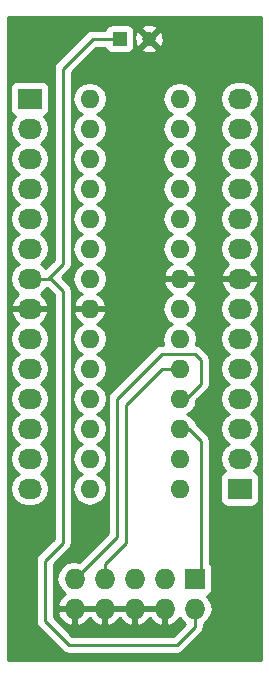
<source format=gtl>
G04 #@! TF.FileFunction,Copper,L1,Top,Signal*
%FSLAX46Y46*%
G04 Gerber Fmt 4.6, Leading zero omitted, Abs format (unit mm)*
G04 Created by KiCad (PCBNEW 4.0.2-4+6225~38~ubuntu15.10.1-stable) date Sat 05 Mar 2016 03:54:49 AM EET*
%MOMM*%
G01*
G04 APERTURE LIST*
%ADD10C,0.100000*%
%ADD11R,1.200000X1.200000*%
%ADD12C,1.200000*%
%ADD13O,1.600000X1.600000*%
%ADD14R,2.032000X1.727200*%
%ADD15O,2.032000X1.727200*%
%ADD16R,1.727200X1.727200*%
%ADD17O,1.727200X1.727200*%
%ADD18C,0.250000*%
%ADD19C,0.254000*%
G04 APERTURE END LIST*
D10*
D11*
X138430000Y-68580000D03*
D12*
X140930000Y-68580000D03*
D13*
X135890000Y-73660000D03*
X135890000Y-76200000D03*
X135890000Y-78740000D03*
X135890000Y-81280000D03*
X135890000Y-83820000D03*
X135890000Y-86360000D03*
X135890000Y-88900000D03*
X135890000Y-91440000D03*
X135890000Y-93980000D03*
X135890000Y-96520000D03*
X135890000Y-99060000D03*
X135890000Y-101600000D03*
X135890000Y-104140000D03*
X135890000Y-106680000D03*
X143510000Y-106680000D03*
X143510000Y-104140000D03*
X143510000Y-101600000D03*
X143510000Y-99060000D03*
X143510000Y-96520000D03*
X143510000Y-93980000D03*
X143510000Y-91440000D03*
X143510000Y-88900000D03*
X143510000Y-86360000D03*
X143510000Y-83820000D03*
X143510000Y-81280000D03*
X143510000Y-78740000D03*
X143510000Y-76200000D03*
X143510000Y-73660000D03*
D14*
X130810000Y-73660000D03*
D15*
X130810000Y-76200000D03*
X130810000Y-78740000D03*
X130810000Y-81280000D03*
X130810000Y-83820000D03*
X130810000Y-86360000D03*
X130810000Y-88900000D03*
X130810000Y-91440000D03*
X130810000Y-93980000D03*
X130810000Y-96520000D03*
X130810000Y-99060000D03*
X130810000Y-101600000D03*
X130810000Y-104140000D03*
X130810000Y-106680000D03*
D14*
X148590000Y-106680000D03*
D15*
X148590000Y-104140000D03*
X148590000Y-101600000D03*
X148590000Y-99060000D03*
X148590000Y-96520000D03*
X148590000Y-93980000D03*
X148590000Y-91440000D03*
X148590000Y-88900000D03*
X148590000Y-86360000D03*
X148590000Y-83820000D03*
X148590000Y-81280000D03*
X148590000Y-78740000D03*
X148590000Y-76200000D03*
X148590000Y-73660000D03*
D16*
X144780000Y-114300000D03*
D17*
X144780000Y-116840000D03*
X142240000Y-114300000D03*
X142240000Y-116840000D03*
X139700000Y-114300000D03*
X139700000Y-116840000D03*
X137160000Y-114300000D03*
X137160000Y-116840000D03*
X134620000Y-114300000D03*
X134620000Y-116840000D03*
D18*
X130810000Y-88900000D02*
X132588000Y-88900000D01*
X144780000Y-118364000D02*
X144780000Y-116840000D01*
X143256000Y-119888000D02*
X144780000Y-118364000D01*
X134112000Y-119888000D02*
X143256000Y-119888000D01*
X132080000Y-117856000D02*
X134112000Y-119888000D01*
X132080000Y-112776000D02*
X132080000Y-117856000D01*
X133604000Y-111252000D02*
X132080000Y-112776000D01*
X133604000Y-89916000D02*
X133604000Y-111252000D01*
X132588000Y-88900000D02*
X133604000Y-89916000D01*
X130810000Y-88900000D02*
X132334000Y-88900000D01*
X136144000Y-68580000D02*
X138430000Y-68580000D01*
X133604000Y-71120000D02*
X136144000Y-68580000D01*
X133604000Y-87630000D02*
X133604000Y-71120000D01*
X132334000Y-88900000D02*
X133604000Y-87630000D01*
X130810000Y-88900000D02*
X131572000Y-88900000D01*
X143510000Y-101600000D02*
X144272000Y-101600000D01*
X144272000Y-101600000D02*
X145288000Y-102616000D01*
X145288000Y-102616000D02*
X145288000Y-113792000D01*
X145288000Y-113792000D02*
X144780000Y-114300000D01*
X143510000Y-99060000D02*
X144018000Y-99060000D01*
X144018000Y-99060000D02*
X145288000Y-97790000D01*
X138176000Y-110744000D02*
X134620000Y-114300000D01*
X138176000Y-99060000D02*
X138176000Y-110744000D01*
X141986000Y-95250000D02*
X138176000Y-99060000D01*
X144780000Y-95250000D02*
X141986000Y-95250000D01*
X145288000Y-95758000D02*
X144780000Y-95250000D01*
X145288000Y-97790000D02*
X145288000Y-95758000D01*
X137160000Y-114300000D02*
X137160000Y-113030000D01*
X141986000Y-96520000D02*
X143510000Y-96520000D01*
X138938000Y-99568000D02*
X141986000Y-96520000D01*
X138938000Y-111252000D02*
X138938000Y-99568000D01*
X137160000Y-113030000D02*
X138938000Y-111252000D01*
X137668000Y-113792000D02*
X137160000Y-114300000D01*
D19*
G36*
X150420000Y-121210000D02*
X128980000Y-121210000D01*
X128980000Y-93980000D01*
X129126655Y-93980000D01*
X129240729Y-94553489D01*
X129565585Y-95039670D01*
X129880366Y-95250000D01*
X129565585Y-95460330D01*
X129240729Y-95946511D01*
X129126655Y-96520000D01*
X129240729Y-97093489D01*
X129565585Y-97579670D01*
X129880366Y-97790000D01*
X129565585Y-98000330D01*
X129240729Y-98486511D01*
X129126655Y-99060000D01*
X129240729Y-99633489D01*
X129565585Y-100119670D01*
X129880366Y-100330000D01*
X129565585Y-100540330D01*
X129240729Y-101026511D01*
X129126655Y-101600000D01*
X129240729Y-102173489D01*
X129565585Y-102659670D01*
X129880366Y-102870000D01*
X129565585Y-103080330D01*
X129240729Y-103566511D01*
X129126655Y-104140000D01*
X129240729Y-104713489D01*
X129565585Y-105199670D01*
X129880366Y-105410000D01*
X129565585Y-105620330D01*
X129240729Y-106106511D01*
X129126655Y-106680000D01*
X129240729Y-107253489D01*
X129565585Y-107739670D01*
X130051766Y-108064526D01*
X130625255Y-108178600D01*
X130994745Y-108178600D01*
X131568234Y-108064526D01*
X132054415Y-107739670D01*
X132379271Y-107253489D01*
X132493345Y-106680000D01*
X132379271Y-106106511D01*
X132054415Y-105620330D01*
X131739634Y-105410000D01*
X132054415Y-105199670D01*
X132379271Y-104713489D01*
X132493345Y-104140000D01*
X132379271Y-103566511D01*
X132054415Y-103080330D01*
X131739634Y-102870000D01*
X132054415Y-102659670D01*
X132379271Y-102173489D01*
X132493345Y-101600000D01*
X132379271Y-101026511D01*
X132054415Y-100540330D01*
X131739634Y-100330000D01*
X132054415Y-100119670D01*
X132379271Y-99633489D01*
X132493345Y-99060000D01*
X132379271Y-98486511D01*
X132054415Y-98000330D01*
X131739634Y-97790000D01*
X132054415Y-97579670D01*
X132379271Y-97093489D01*
X132493345Y-96520000D01*
X132379271Y-95946511D01*
X132054415Y-95460330D01*
X131739634Y-95250000D01*
X132054415Y-95039670D01*
X132379271Y-94553489D01*
X132493345Y-93980000D01*
X132379271Y-93406511D01*
X132054415Y-92920330D01*
X131744931Y-92713539D01*
X132160732Y-92342036D01*
X132414709Y-91814791D01*
X132417358Y-91799026D01*
X132296217Y-91567000D01*
X130937000Y-91567000D01*
X130937000Y-91587000D01*
X130683000Y-91587000D01*
X130683000Y-91567000D01*
X129323783Y-91567000D01*
X129202642Y-91799026D01*
X129205291Y-91814791D01*
X129459268Y-92342036D01*
X129875069Y-92713539D01*
X129565585Y-92920330D01*
X129240729Y-93406511D01*
X129126655Y-93980000D01*
X128980000Y-93980000D01*
X128980000Y-76200000D01*
X129126655Y-76200000D01*
X129240729Y-76773489D01*
X129565585Y-77259670D01*
X129880366Y-77470000D01*
X129565585Y-77680330D01*
X129240729Y-78166511D01*
X129126655Y-78740000D01*
X129240729Y-79313489D01*
X129565585Y-79799670D01*
X129880366Y-80010000D01*
X129565585Y-80220330D01*
X129240729Y-80706511D01*
X129126655Y-81280000D01*
X129240729Y-81853489D01*
X129565585Y-82339670D01*
X129880366Y-82550000D01*
X129565585Y-82760330D01*
X129240729Y-83246511D01*
X129126655Y-83820000D01*
X129240729Y-84393489D01*
X129565585Y-84879670D01*
X129880366Y-85090000D01*
X129565585Y-85300330D01*
X129240729Y-85786511D01*
X129126655Y-86360000D01*
X129240729Y-86933489D01*
X129565585Y-87419670D01*
X129880366Y-87630000D01*
X129565585Y-87840330D01*
X129240729Y-88326511D01*
X129126655Y-88900000D01*
X129240729Y-89473489D01*
X129565585Y-89959670D01*
X129875069Y-90166461D01*
X129459268Y-90537964D01*
X129205291Y-91065209D01*
X129202642Y-91080974D01*
X129323783Y-91313000D01*
X130683000Y-91313000D01*
X130683000Y-91293000D01*
X130937000Y-91293000D01*
X130937000Y-91313000D01*
X132296217Y-91313000D01*
X132417358Y-91080974D01*
X132414709Y-91065209D01*
X132160732Y-90537964D01*
X131744931Y-90166461D01*
X132054415Y-89959670D01*
X132254648Y-89660000D01*
X132273198Y-89660000D01*
X132844000Y-90230802D01*
X132844000Y-110937198D01*
X131542599Y-112238599D01*
X131377852Y-112485161D01*
X131320000Y-112776000D01*
X131320000Y-117856000D01*
X131377852Y-118146839D01*
X131542599Y-118393401D01*
X133574599Y-120425401D01*
X133821161Y-120590148D01*
X134112000Y-120648000D01*
X143256000Y-120648000D01*
X143546839Y-120590148D01*
X143793401Y-120425401D01*
X145317401Y-118901401D01*
X145482148Y-118654840D01*
X145501381Y-118558148D01*
X145540000Y-118364000D01*
X145540000Y-118119520D01*
X145869029Y-117899670D01*
X146193885Y-117413489D01*
X146307959Y-116840000D01*
X146193885Y-116266511D01*
X145869029Y-115780330D01*
X145855358Y-115771195D01*
X145878917Y-115766762D01*
X146095041Y-115627690D01*
X146240031Y-115415490D01*
X146291040Y-115163600D01*
X146291040Y-113436400D01*
X146246762Y-113201083D01*
X146107690Y-112984959D01*
X146048000Y-112944175D01*
X146048000Y-102616000D01*
X145990148Y-102325161D01*
X145825401Y-102078599D01*
X144880325Y-101133523D01*
X144863880Y-101050849D01*
X144552811Y-100585302D01*
X144170725Y-100330000D01*
X144552811Y-100074698D01*
X144863880Y-99609151D01*
X144943394Y-99209408D01*
X145825401Y-98327401D01*
X145990148Y-98080840D01*
X146048000Y-97790000D01*
X146048000Y-95758000D01*
X145990148Y-95467161D01*
X145825401Y-95220599D01*
X145317401Y-94712599D01*
X145070839Y-94547852D01*
X144868179Y-94507540D01*
X144973113Y-93980000D01*
X144863880Y-93430849D01*
X144552811Y-92965302D01*
X144170725Y-92710000D01*
X144552811Y-92454698D01*
X144863880Y-91989151D01*
X144973113Y-91440000D01*
X146906655Y-91440000D01*
X147020729Y-92013489D01*
X147345585Y-92499670D01*
X147660366Y-92710000D01*
X147345585Y-92920330D01*
X147020729Y-93406511D01*
X146906655Y-93980000D01*
X147020729Y-94553489D01*
X147345585Y-95039670D01*
X147660366Y-95250000D01*
X147345585Y-95460330D01*
X147020729Y-95946511D01*
X146906655Y-96520000D01*
X147020729Y-97093489D01*
X147345585Y-97579670D01*
X147660366Y-97790000D01*
X147345585Y-98000330D01*
X147020729Y-98486511D01*
X146906655Y-99060000D01*
X147020729Y-99633489D01*
X147345585Y-100119670D01*
X147660366Y-100330000D01*
X147345585Y-100540330D01*
X147020729Y-101026511D01*
X146906655Y-101600000D01*
X147020729Y-102173489D01*
X147345585Y-102659670D01*
X147660366Y-102870000D01*
X147345585Y-103080330D01*
X147020729Y-103566511D01*
X146906655Y-104140000D01*
X147020729Y-104713489D01*
X147345585Y-105199670D01*
X147359913Y-105209243D01*
X147338683Y-105213238D01*
X147122559Y-105352310D01*
X146977569Y-105564510D01*
X146926560Y-105816400D01*
X146926560Y-107543600D01*
X146970838Y-107778917D01*
X147109910Y-107995041D01*
X147322110Y-108140031D01*
X147574000Y-108191040D01*
X149606000Y-108191040D01*
X149841317Y-108146762D01*
X150057441Y-108007690D01*
X150202431Y-107795490D01*
X150253440Y-107543600D01*
X150253440Y-105816400D01*
X150209162Y-105581083D01*
X150070090Y-105364959D01*
X149857890Y-105219969D01*
X149816561Y-105211600D01*
X149834415Y-105199670D01*
X150159271Y-104713489D01*
X150273345Y-104140000D01*
X150159271Y-103566511D01*
X149834415Y-103080330D01*
X149519634Y-102870000D01*
X149834415Y-102659670D01*
X150159271Y-102173489D01*
X150273345Y-101600000D01*
X150159271Y-101026511D01*
X149834415Y-100540330D01*
X149519634Y-100330000D01*
X149834415Y-100119670D01*
X150159271Y-99633489D01*
X150273345Y-99060000D01*
X150159271Y-98486511D01*
X149834415Y-98000330D01*
X149519634Y-97790000D01*
X149834415Y-97579670D01*
X150159271Y-97093489D01*
X150273345Y-96520000D01*
X150159271Y-95946511D01*
X149834415Y-95460330D01*
X149519634Y-95250000D01*
X149834415Y-95039670D01*
X150159271Y-94553489D01*
X150273345Y-93980000D01*
X150159271Y-93406511D01*
X149834415Y-92920330D01*
X149519634Y-92710000D01*
X149834415Y-92499670D01*
X150159271Y-92013489D01*
X150273345Y-91440000D01*
X150159271Y-90866511D01*
X149834415Y-90380330D01*
X149524931Y-90173539D01*
X149940732Y-89802036D01*
X150194709Y-89274791D01*
X150197358Y-89259026D01*
X150076217Y-89027000D01*
X148717000Y-89027000D01*
X148717000Y-89047000D01*
X148463000Y-89047000D01*
X148463000Y-89027000D01*
X147103783Y-89027000D01*
X146982642Y-89259026D01*
X146985291Y-89274791D01*
X147239268Y-89802036D01*
X147655069Y-90173539D01*
X147345585Y-90380330D01*
X147020729Y-90866511D01*
X146906655Y-91440000D01*
X144973113Y-91440000D01*
X144863880Y-90890849D01*
X144552811Y-90425302D01*
X144148297Y-90155014D01*
X144365134Y-90052389D01*
X144741041Y-89637423D01*
X144901904Y-89249039D01*
X144779915Y-89027000D01*
X143637000Y-89027000D01*
X143637000Y-89047000D01*
X143383000Y-89047000D01*
X143383000Y-89027000D01*
X142240085Y-89027000D01*
X142118096Y-89249039D01*
X142278959Y-89637423D01*
X142654866Y-90052389D01*
X142871703Y-90155014D01*
X142467189Y-90425302D01*
X142156120Y-90890849D01*
X142046887Y-91440000D01*
X142156120Y-91989151D01*
X142467189Y-92454698D01*
X142849275Y-92710000D01*
X142467189Y-92965302D01*
X142156120Y-93430849D01*
X142046887Y-93980000D01*
X142148332Y-94490000D01*
X141986000Y-94490000D01*
X141695161Y-94547852D01*
X141448599Y-94712599D01*
X137638599Y-98522599D01*
X137473852Y-98769161D01*
X137416000Y-99060000D01*
X137416000Y-110429198D01*
X134978356Y-112866842D01*
X134649359Y-112801400D01*
X134590641Y-112801400D01*
X134017152Y-112915474D01*
X133530971Y-113240330D01*
X133206115Y-113726511D01*
X133092041Y-114300000D01*
X133206115Y-114873489D01*
X133530971Y-115359670D01*
X133854228Y-115575664D01*
X133731510Y-115633179D01*
X133337312Y-116065053D01*
X133165042Y-116480974D01*
X133286183Y-116713000D01*
X134493000Y-116713000D01*
X134493000Y-116693000D01*
X134747000Y-116693000D01*
X134747000Y-116713000D01*
X137033000Y-116713000D01*
X137033000Y-116693000D01*
X137287000Y-116693000D01*
X137287000Y-116713000D01*
X139573000Y-116713000D01*
X139573000Y-116693000D01*
X139827000Y-116693000D01*
X139827000Y-116713000D01*
X142113000Y-116713000D01*
X142113000Y-116693000D01*
X142367000Y-116693000D01*
X142367000Y-116713000D01*
X142387000Y-116713000D01*
X142387000Y-116967000D01*
X142367000Y-116967000D01*
X142367000Y-118174469D01*
X142599027Y-118294968D01*
X143128490Y-118046821D01*
X143510008Y-117628839D01*
X143690971Y-117899670D01*
X143977845Y-118091353D01*
X142941198Y-119128000D01*
X134426802Y-119128000D01*
X132840000Y-117541198D01*
X132840000Y-117199026D01*
X133165042Y-117199026D01*
X133337312Y-117614947D01*
X133731510Y-118046821D01*
X134260973Y-118294968D01*
X134493000Y-118174469D01*
X134493000Y-116967000D01*
X134747000Y-116967000D01*
X134747000Y-118174469D01*
X134979027Y-118294968D01*
X135508490Y-118046821D01*
X135890000Y-117628848D01*
X136271510Y-118046821D01*
X136800973Y-118294968D01*
X137033000Y-118174469D01*
X137033000Y-116967000D01*
X137287000Y-116967000D01*
X137287000Y-118174469D01*
X137519027Y-118294968D01*
X138048490Y-118046821D01*
X138430000Y-117628848D01*
X138811510Y-118046821D01*
X139340973Y-118294968D01*
X139573000Y-118174469D01*
X139573000Y-116967000D01*
X139827000Y-116967000D01*
X139827000Y-118174469D01*
X140059027Y-118294968D01*
X140588490Y-118046821D01*
X140970000Y-117628848D01*
X141351510Y-118046821D01*
X141880973Y-118294968D01*
X142113000Y-118174469D01*
X142113000Y-116967000D01*
X139827000Y-116967000D01*
X139573000Y-116967000D01*
X137287000Y-116967000D01*
X137033000Y-116967000D01*
X134747000Y-116967000D01*
X134493000Y-116967000D01*
X133286183Y-116967000D01*
X133165042Y-117199026D01*
X132840000Y-117199026D01*
X132840000Y-113090802D01*
X134141401Y-111789401D01*
X134306148Y-111542840D01*
X134325381Y-111446148D01*
X134364000Y-111252000D01*
X134364000Y-93980000D01*
X134426887Y-93980000D01*
X134536120Y-94529151D01*
X134847189Y-94994698D01*
X135229275Y-95250000D01*
X134847189Y-95505302D01*
X134536120Y-95970849D01*
X134426887Y-96520000D01*
X134536120Y-97069151D01*
X134847189Y-97534698D01*
X135229275Y-97790000D01*
X134847189Y-98045302D01*
X134536120Y-98510849D01*
X134426887Y-99060000D01*
X134536120Y-99609151D01*
X134847189Y-100074698D01*
X135229275Y-100330000D01*
X134847189Y-100585302D01*
X134536120Y-101050849D01*
X134426887Y-101600000D01*
X134536120Y-102149151D01*
X134847189Y-102614698D01*
X135229275Y-102870000D01*
X134847189Y-103125302D01*
X134536120Y-103590849D01*
X134426887Y-104140000D01*
X134536120Y-104689151D01*
X134847189Y-105154698D01*
X135229275Y-105410000D01*
X134847189Y-105665302D01*
X134536120Y-106130849D01*
X134426887Y-106680000D01*
X134536120Y-107229151D01*
X134847189Y-107694698D01*
X135312736Y-108005767D01*
X135861887Y-108115000D01*
X135918113Y-108115000D01*
X136467264Y-108005767D01*
X136932811Y-107694698D01*
X137243880Y-107229151D01*
X137353113Y-106680000D01*
X137243880Y-106130849D01*
X136932811Y-105665302D01*
X136550725Y-105410000D01*
X136932811Y-105154698D01*
X137243880Y-104689151D01*
X137353113Y-104140000D01*
X137243880Y-103590849D01*
X136932811Y-103125302D01*
X136550725Y-102870000D01*
X136932811Y-102614698D01*
X137243880Y-102149151D01*
X137353113Y-101600000D01*
X137243880Y-101050849D01*
X136932811Y-100585302D01*
X136550725Y-100330000D01*
X136932811Y-100074698D01*
X137243880Y-99609151D01*
X137353113Y-99060000D01*
X137243880Y-98510849D01*
X136932811Y-98045302D01*
X136550725Y-97790000D01*
X136932811Y-97534698D01*
X137243880Y-97069151D01*
X137353113Y-96520000D01*
X137243880Y-95970849D01*
X136932811Y-95505302D01*
X136550725Y-95250000D01*
X136932811Y-94994698D01*
X137243880Y-94529151D01*
X137353113Y-93980000D01*
X137243880Y-93430849D01*
X136932811Y-92965302D01*
X136528297Y-92695014D01*
X136745134Y-92592389D01*
X137121041Y-92177423D01*
X137281904Y-91789039D01*
X137159915Y-91567000D01*
X136017000Y-91567000D01*
X136017000Y-91587000D01*
X135763000Y-91587000D01*
X135763000Y-91567000D01*
X134620085Y-91567000D01*
X134498096Y-91789039D01*
X134658959Y-92177423D01*
X135034866Y-92592389D01*
X135251703Y-92695014D01*
X134847189Y-92965302D01*
X134536120Y-93430849D01*
X134426887Y-93980000D01*
X134364000Y-93980000D01*
X134364000Y-89916000D01*
X134306148Y-89625161D01*
X134141401Y-89378599D01*
X133535802Y-88773000D01*
X134141401Y-88167401D01*
X134306148Y-87920840D01*
X134364000Y-87630000D01*
X134364000Y-73660000D01*
X134426887Y-73660000D01*
X134536120Y-74209151D01*
X134847189Y-74674698D01*
X135229275Y-74930000D01*
X134847189Y-75185302D01*
X134536120Y-75650849D01*
X134426887Y-76200000D01*
X134536120Y-76749151D01*
X134847189Y-77214698D01*
X135229275Y-77470000D01*
X134847189Y-77725302D01*
X134536120Y-78190849D01*
X134426887Y-78740000D01*
X134536120Y-79289151D01*
X134847189Y-79754698D01*
X135229275Y-80010000D01*
X134847189Y-80265302D01*
X134536120Y-80730849D01*
X134426887Y-81280000D01*
X134536120Y-81829151D01*
X134847189Y-82294698D01*
X135229275Y-82550000D01*
X134847189Y-82805302D01*
X134536120Y-83270849D01*
X134426887Y-83820000D01*
X134536120Y-84369151D01*
X134847189Y-84834698D01*
X135229275Y-85090000D01*
X134847189Y-85345302D01*
X134536120Y-85810849D01*
X134426887Y-86360000D01*
X134536120Y-86909151D01*
X134847189Y-87374698D01*
X135229275Y-87630000D01*
X134847189Y-87885302D01*
X134536120Y-88350849D01*
X134426887Y-88900000D01*
X134536120Y-89449151D01*
X134847189Y-89914698D01*
X135251703Y-90184986D01*
X135034866Y-90287611D01*
X134658959Y-90702577D01*
X134498096Y-91090961D01*
X134620085Y-91313000D01*
X135763000Y-91313000D01*
X135763000Y-91293000D01*
X136017000Y-91293000D01*
X136017000Y-91313000D01*
X137159915Y-91313000D01*
X137281904Y-91090961D01*
X137121041Y-90702577D01*
X136745134Y-90287611D01*
X136528297Y-90184986D01*
X136932811Y-89914698D01*
X137243880Y-89449151D01*
X137353113Y-88900000D01*
X137243880Y-88350849D01*
X136932811Y-87885302D01*
X136550725Y-87630000D01*
X136932811Y-87374698D01*
X137243880Y-86909151D01*
X137353113Y-86360000D01*
X137243880Y-85810849D01*
X136932811Y-85345302D01*
X136550725Y-85090000D01*
X136932811Y-84834698D01*
X137243880Y-84369151D01*
X137353113Y-83820000D01*
X137243880Y-83270849D01*
X136932811Y-82805302D01*
X136550725Y-82550000D01*
X136932811Y-82294698D01*
X137243880Y-81829151D01*
X137353113Y-81280000D01*
X137243880Y-80730849D01*
X136932811Y-80265302D01*
X136550725Y-80010000D01*
X136932811Y-79754698D01*
X137243880Y-79289151D01*
X137353113Y-78740000D01*
X137243880Y-78190849D01*
X136932811Y-77725302D01*
X136550725Y-77470000D01*
X136932811Y-77214698D01*
X137243880Y-76749151D01*
X137353113Y-76200000D01*
X137243880Y-75650849D01*
X136932811Y-75185302D01*
X136550725Y-74930000D01*
X136932811Y-74674698D01*
X137243880Y-74209151D01*
X137353113Y-73660000D01*
X142046887Y-73660000D01*
X142156120Y-74209151D01*
X142467189Y-74674698D01*
X142849275Y-74930000D01*
X142467189Y-75185302D01*
X142156120Y-75650849D01*
X142046887Y-76200000D01*
X142156120Y-76749151D01*
X142467189Y-77214698D01*
X142849275Y-77470000D01*
X142467189Y-77725302D01*
X142156120Y-78190849D01*
X142046887Y-78740000D01*
X142156120Y-79289151D01*
X142467189Y-79754698D01*
X142849275Y-80010000D01*
X142467189Y-80265302D01*
X142156120Y-80730849D01*
X142046887Y-81280000D01*
X142156120Y-81829151D01*
X142467189Y-82294698D01*
X142849275Y-82550000D01*
X142467189Y-82805302D01*
X142156120Y-83270849D01*
X142046887Y-83820000D01*
X142156120Y-84369151D01*
X142467189Y-84834698D01*
X142849275Y-85090000D01*
X142467189Y-85345302D01*
X142156120Y-85810849D01*
X142046887Y-86360000D01*
X142156120Y-86909151D01*
X142467189Y-87374698D01*
X142871703Y-87644986D01*
X142654866Y-87747611D01*
X142278959Y-88162577D01*
X142118096Y-88550961D01*
X142240085Y-88773000D01*
X143383000Y-88773000D01*
X143383000Y-88753000D01*
X143637000Y-88753000D01*
X143637000Y-88773000D01*
X144779915Y-88773000D01*
X144901904Y-88550961D01*
X144741041Y-88162577D01*
X144365134Y-87747611D01*
X144148297Y-87644986D01*
X144552811Y-87374698D01*
X144863880Y-86909151D01*
X144973113Y-86360000D01*
X144863880Y-85810849D01*
X144552811Y-85345302D01*
X144170725Y-85090000D01*
X144552811Y-84834698D01*
X144863880Y-84369151D01*
X144973113Y-83820000D01*
X144863880Y-83270849D01*
X144552811Y-82805302D01*
X144170725Y-82550000D01*
X144552811Y-82294698D01*
X144863880Y-81829151D01*
X144973113Y-81280000D01*
X144863880Y-80730849D01*
X144552811Y-80265302D01*
X144170725Y-80010000D01*
X144552811Y-79754698D01*
X144863880Y-79289151D01*
X144973113Y-78740000D01*
X144863880Y-78190849D01*
X144552811Y-77725302D01*
X144170725Y-77470000D01*
X144552811Y-77214698D01*
X144863880Y-76749151D01*
X144973113Y-76200000D01*
X144863880Y-75650849D01*
X144552811Y-75185302D01*
X144170725Y-74930000D01*
X144552811Y-74674698D01*
X144863880Y-74209151D01*
X144973113Y-73660000D01*
X146906655Y-73660000D01*
X147020729Y-74233489D01*
X147345585Y-74719670D01*
X147660366Y-74930000D01*
X147345585Y-75140330D01*
X147020729Y-75626511D01*
X146906655Y-76200000D01*
X147020729Y-76773489D01*
X147345585Y-77259670D01*
X147660366Y-77470000D01*
X147345585Y-77680330D01*
X147020729Y-78166511D01*
X146906655Y-78740000D01*
X147020729Y-79313489D01*
X147345585Y-79799670D01*
X147660366Y-80010000D01*
X147345585Y-80220330D01*
X147020729Y-80706511D01*
X146906655Y-81280000D01*
X147020729Y-81853489D01*
X147345585Y-82339670D01*
X147660366Y-82550000D01*
X147345585Y-82760330D01*
X147020729Y-83246511D01*
X146906655Y-83820000D01*
X147020729Y-84393489D01*
X147345585Y-84879670D01*
X147660366Y-85090000D01*
X147345585Y-85300330D01*
X147020729Y-85786511D01*
X146906655Y-86360000D01*
X147020729Y-86933489D01*
X147345585Y-87419670D01*
X147655069Y-87626461D01*
X147239268Y-87997964D01*
X146985291Y-88525209D01*
X146982642Y-88540974D01*
X147103783Y-88773000D01*
X148463000Y-88773000D01*
X148463000Y-88753000D01*
X148717000Y-88753000D01*
X148717000Y-88773000D01*
X150076217Y-88773000D01*
X150197358Y-88540974D01*
X150194709Y-88525209D01*
X149940732Y-87997964D01*
X149524931Y-87626461D01*
X149834415Y-87419670D01*
X150159271Y-86933489D01*
X150273345Y-86360000D01*
X150159271Y-85786511D01*
X149834415Y-85300330D01*
X149519634Y-85090000D01*
X149834415Y-84879670D01*
X150159271Y-84393489D01*
X150273345Y-83820000D01*
X150159271Y-83246511D01*
X149834415Y-82760330D01*
X149519634Y-82550000D01*
X149834415Y-82339670D01*
X150159271Y-81853489D01*
X150273345Y-81280000D01*
X150159271Y-80706511D01*
X149834415Y-80220330D01*
X149519634Y-80010000D01*
X149834415Y-79799670D01*
X150159271Y-79313489D01*
X150273345Y-78740000D01*
X150159271Y-78166511D01*
X149834415Y-77680330D01*
X149519634Y-77470000D01*
X149834415Y-77259670D01*
X150159271Y-76773489D01*
X150273345Y-76200000D01*
X150159271Y-75626511D01*
X149834415Y-75140330D01*
X149519634Y-74930000D01*
X149834415Y-74719670D01*
X150159271Y-74233489D01*
X150273345Y-73660000D01*
X150159271Y-73086511D01*
X149834415Y-72600330D01*
X149348234Y-72275474D01*
X148774745Y-72161400D01*
X148405255Y-72161400D01*
X147831766Y-72275474D01*
X147345585Y-72600330D01*
X147020729Y-73086511D01*
X146906655Y-73660000D01*
X144973113Y-73660000D01*
X144863880Y-73110849D01*
X144552811Y-72645302D01*
X144087264Y-72334233D01*
X143538113Y-72225000D01*
X143481887Y-72225000D01*
X142932736Y-72334233D01*
X142467189Y-72645302D01*
X142156120Y-73110849D01*
X142046887Y-73660000D01*
X137353113Y-73660000D01*
X137243880Y-73110849D01*
X136932811Y-72645302D01*
X136467264Y-72334233D01*
X135918113Y-72225000D01*
X135861887Y-72225000D01*
X135312736Y-72334233D01*
X134847189Y-72645302D01*
X134536120Y-73110849D01*
X134426887Y-73660000D01*
X134364000Y-73660000D01*
X134364000Y-71434802D01*
X136458802Y-69340000D01*
X137212666Y-69340000D01*
X137226838Y-69415317D01*
X137365910Y-69631441D01*
X137578110Y-69776431D01*
X137830000Y-69827440D01*
X139030000Y-69827440D01*
X139265317Y-69783162D01*
X139481441Y-69644090D01*
X139619020Y-69442735D01*
X140246870Y-69442735D01*
X140296383Y-69668164D01*
X140761036Y-69827807D01*
X141251413Y-69797482D01*
X141563617Y-69668164D01*
X141613130Y-69442735D01*
X140930000Y-68759605D01*
X140246870Y-69442735D01*
X139619020Y-69442735D01*
X139626431Y-69431890D01*
X139677440Y-69180000D01*
X139677440Y-68411036D01*
X139682193Y-68411036D01*
X139712518Y-68901413D01*
X139841836Y-69213617D01*
X140067265Y-69263130D01*
X140750395Y-68580000D01*
X141109605Y-68580000D01*
X141792735Y-69263130D01*
X142018164Y-69213617D01*
X142177807Y-68748964D01*
X142147482Y-68258587D01*
X142018164Y-67946383D01*
X141792735Y-67896870D01*
X141109605Y-68580000D01*
X140750395Y-68580000D01*
X140067265Y-67896870D01*
X139841836Y-67946383D01*
X139682193Y-68411036D01*
X139677440Y-68411036D01*
X139677440Y-67980000D01*
X139633162Y-67744683D01*
X139615519Y-67717265D01*
X140246870Y-67717265D01*
X140930000Y-68400395D01*
X141613130Y-67717265D01*
X141563617Y-67491836D01*
X141098964Y-67332193D01*
X140608587Y-67362518D01*
X140296383Y-67491836D01*
X140246870Y-67717265D01*
X139615519Y-67717265D01*
X139494090Y-67528559D01*
X139281890Y-67383569D01*
X139030000Y-67332560D01*
X137830000Y-67332560D01*
X137594683Y-67376838D01*
X137378559Y-67515910D01*
X137233569Y-67728110D01*
X137214961Y-67820000D01*
X136144000Y-67820000D01*
X135901414Y-67868254D01*
X135853160Y-67877852D01*
X135606599Y-68042599D01*
X133066599Y-70582599D01*
X132901852Y-70829161D01*
X132844000Y-71120000D01*
X132844000Y-87315198D01*
X132160340Y-87998858D01*
X132054415Y-87840330D01*
X131739634Y-87630000D01*
X132054415Y-87419670D01*
X132379271Y-86933489D01*
X132493345Y-86360000D01*
X132379271Y-85786511D01*
X132054415Y-85300330D01*
X131739634Y-85090000D01*
X132054415Y-84879670D01*
X132379271Y-84393489D01*
X132493345Y-83820000D01*
X132379271Y-83246511D01*
X132054415Y-82760330D01*
X131739634Y-82550000D01*
X132054415Y-82339670D01*
X132379271Y-81853489D01*
X132493345Y-81280000D01*
X132379271Y-80706511D01*
X132054415Y-80220330D01*
X131739634Y-80010000D01*
X132054415Y-79799670D01*
X132379271Y-79313489D01*
X132493345Y-78740000D01*
X132379271Y-78166511D01*
X132054415Y-77680330D01*
X131739634Y-77470000D01*
X132054415Y-77259670D01*
X132379271Y-76773489D01*
X132493345Y-76200000D01*
X132379271Y-75626511D01*
X132054415Y-75140330D01*
X132040087Y-75130757D01*
X132061317Y-75126762D01*
X132277441Y-74987690D01*
X132422431Y-74775490D01*
X132473440Y-74523600D01*
X132473440Y-72796400D01*
X132429162Y-72561083D01*
X132290090Y-72344959D01*
X132077890Y-72199969D01*
X131826000Y-72148960D01*
X129794000Y-72148960D01*
X129558683Y-72193238D01*
X129342559Y-72332310D01*
X129197569Y-72544510D01*
X129146560Y-72796400D01*
X129146560Y-74523600D01*
X129190838Y-74758917D01*
X129329910Y-74975041D01*
X129542110Y-75120031D01*
X129583439Y-75128400D01*
X129565585Y-75140330D01*
X129240729Y-75626511D01*
X129126655Y-76200000D01*
X128980000Y-76200000D01*
X128980000Y-66750000D01*
X150420000Y-66750000D01*
X150420000Y-121210000D01*
X150420000Y-121210000D01*
G37*
X150420000Y-121210000D02*
X128980000Y-121210000D01*
X128980000Y-93980000D01*
X129126655Y-93980000D01*
X129240729Y-94553489D01*
X129565585Y-95039670D01*
X129880366Y-95250000D01*
X129565585Y-95460330D01*
X129240729Y-95946511D01*
X129126655Y-96520000D01*
X129240729Y-97093489D01*
X129565585Y-97579670D01*
X129880366Y-97790000D01*
X129565585Y-98000330D01*
X129240729Y-98486511D01*
X129126655Y-99060000D01*
X129240729Y-99633489D01*
X129565585Y-100119670D01*
X129880366Y-100330000D01*
X129565585Y-100540330D01*
X129240729Y-101026511D01*
X129126655Y-101600000D01*
X129240729Y-102173489D01*
X129565585Y-102659670D01*
X129880366Y-102870000D01*
X129565585Y-103080330D01*
X129240729Y-103566511D01*
X129126655Y-104140000D01*
X129240729Y-104713489D01*
X129565585Y-105199670D01*
X129880366Y-105410000D01*
X129565585Y-105620330D01*
X129240729Y-106106511D01*
X129126655Y-106680000D01*
X129240729Y-107253489D01*
X129565585Y-107739670D01*
X130051766Y-108064526D01*
X130625255Y-108178600D01*
X130994745Y-108178600D01*
X131568234Y-108064526D01*
X132054415Y-107739670D01*
X132379271Y-107253489D01*
X132493345Y-106680000D01*
X132379271Y-106106511D01*
X132054415Y-105620330D01*
X131739634Y-105410000D01*
X132054415Y-105199670D01*
X132379271Y-104713489D01*
X132493345Y-104140000D01*
X132379271Y-103566511D01*
X132054415Y-103080330D01*
X131739634Y-102870000D01*
X132054415Y-102659670D01*
X132379271Y-102173489D01*
X132493345Y-101600000D01*
X132379271Y-101026511D01*
X132054415Y-100540330D01*
X131739634Y-100330000D01*
X132054415Y-100119670D01*
X132379271Y-99633489D01*
X132493345Y-99060000D01*
X132379271Y-98486511D01*
X132054415Y-98000330D01*
X131739634Y-97790000D01*
X132054415Y-97579670D01*
X132379271Y-97093489D01*
X132493345Y-96520000D01*
X132379271Y-95946511D01*
X132054415Y-95460330D01*
X131739634Y-95250000D01*
X132054415Y-95039670D01*
X132379271Y-94553489D01*
X132493345Y-93980000D01*
X132379271Y-93406511D01*
X132054415Y-92920330D01*
X131744931Y-92713539D01*
X132160732Y-92342036D01*
X132414709Y-91814791D01*
X132417358Y-91799026D01*
X132296217Y-91567000D01*
X130937000Y-91567000D01*
X130937000Y-91587000D01*
X130683000Y-91587000D01*
X130683000Y-91567000D01*
X129323783Y-91567000D01*
X129202642Y-91799026D01*
X129205291Y-91814791D01*
X129459268Y-92342036D01*
X129875069Y-92713539D01*
X129565585Y-92920330D01*
X129240729Y-93406511D01*
X129126655Y-93980000D01*
X128980000Y-93980000D01*
X128980000Y-76200000D01*
X129126655Y-76200000D01*
X129240729Y-76773489D01*
X129565585Y-77259670D01*
X129880366Y-77470000D01*
X129565585Y-77680330D01*
X129240729Y-78166511D01*
X129126655Y-78740000D01*
X129240729Y-79313489D01*
X129565585Y-79799670D01*
X129880366Y-80010000D01*
X129565585Y-80220330D01*
X129240729Y-80706511D01*
X129126655Y-81280000D01*
X129240729Y-81853489D01*
X129565585Y-82339670D01*
X129880366Y-82550000D01*
X129565585Y-82760330D01*
X129240729Y-83246511D01*
X129126655Y-83820000D01*
X129240729Y-84393489D01*
X129565585Y-84879670D01*
X129880366Y-85090000D01*
X129565585Y-85300330D01*
X129240729Y-85786511D01*
X129126655Y-86360000D01*
X129240729Y-86933489D01*
X129565585Y-87419670D01*
X129880366Y-87630000D01*
X129565585Y-87840330D01*
X129240729Y-88326511D01*
X129126655Y-88900000D01*
X129240729Y-89473489D01*
X129565585Y-89959670D01*
X129875069Y-90166461D01*
X129459268Y-90537964D01*
X129205291Y-91065209D01*
X129202642Y-91080974D01*
X129323783Y-91313000D01*
X130683000Y-91313000D01*
X130683000Y-91293000D01*
X130937000Y-91293000D01*
X130937000Y-91313000D01*
X132296217Y-91313000D01*
X132417358Y-91080974D01*
X132414709Y-91065209D01*
X132160732Y-90537964D01*
X131744931Y-90166461D01*
X132054415Y-89959670D01*
X132254648Y-89660000D01*
X132273198Y-89660000D01*
X132844000Y-90230802D01*
X132844000Y-110937198D01*
X131542599Y-112238599D01*
X131377852Y-112485161D01*
X131320000Y-112776000D01*
X131320000Y-117856000D01*
X131377852Y-118146839D01*
X131542599Y-118393401D01*
X133574599Y-120425401D01*
X133821161Y-120590148D01*
X134112000Y-120648000D01*
X143256000Y-120648000D01*
X143546839Y-120590148D01*
X143793401Y-120425401D01*
X145317401Y-118901401D01*
X145482148Y-118654840D01*
X145501381Y-118558148D01*
X145540000Y-118364000D01*
X145540000Y-118119520D01*
X145869029Y-117899670D01*
X146193885Y-117413489D01*
X146307959Y-116840000D01*
X146193885Y-116266511D01*
X145869029Y-115780330D01*
X145855358Y-115771195D01*
X145878917Y-115766762D01*
X146095041Y-115627690D01*
X146240031Y-115415490D01*
X146291040Y-115163600D01*
X146291040Y-113436400D01*
X146246762Y-113201083D01*
X146107690Y-112984959D01*
X146048000Y-112944175D01*
X146048000Y-102616000D01*
X145990148Y-102325161D01*
X145825401Y-102078599D01*
X144880325Y-101133523D01*
X144863880Y-101050849D01*
X144552811Y-100585302D01*
X144170725Y-100330000D01*
X144552811Y-100074698D01*
X144863880Y-99609151D01*
X144943394Y-99209408D01*
X145825401Y-98327401D01*
X145990148Y-98080840D01*
X146048000Y-97790000D01*
X146048000Y-95758000D01*
X145990148Y-95467161D01*
X145825401Y-95220599D01*
X145317401Y-94712599D01*
X145070839Y-94547852D01*
X144868179Y-94507540D01*
X144973113Y-93980000D01*
X144863880Y-93430849D01*
X144552811Y-92965302D01*
X144170725Y-92710000D01*
X144552811Y-92454698D01*
X144863880Y-91989151D01*
X144973113Y-91440000D01*
X146906655Y-91440000D01*
X147020729Y-92013489D01*
X147345585Y-92499670D01*
X147660366Y-92710000D01*
X147345585Y-92920330D01*
X147020729Y-93406511D01*
X146906655Y-93980000D01*
X147020729Y-94553489D01*
X147345585Y-95039670D01*
X147660366Y-95250000D01*
X147345585Y-95460330D01*
X147020729Y-95946511D01*
X146906655Y-96520000D01*
X147020729Y-97093489D01*
X147345585Y-97579670D01*
X147660366Y-97790000D01*
X147345585Y-98000330D01*
X147020729Y-98486511D01*
X146906655Y-99060000D01*
X147020729Y-99633489D01*
X147345585Y-100119670D01*
X147660366Y-100330000D01*
X147345585Y-100540330D01*
X147020729Y-101026511D01*
X146906655Y-101600000D01*
X147020729Y-102173489D01*
X147345585Y-102659670D01*
X147660366Y-102870000D01*
X147345585Y-103080330D01*
X147020729Y-103566511D01*
X146906655Y-104140000D01*
X147020729Y-104713489D01*
X147345585Y-105199670D01*
X147359913Y-105209243D01*
X147338683Y-105213238D01*
X147122559Y-105352310D01*
X146977569Y-105564510D01*
X146926560Y-105816400D01*
X146926560Y-107543600D01*
X146970838Y-107778917D01*
X147109910Y-107995041D01*
X147322110Y-108140031D01*
X147574000Y-108191040D01*
X149606000Y-108191040D01*
X149841317Y-108146762D01*
X150057441Y-108007690D01*
X150202431Y-107795490D01*
X150253440Y-107543600D01*
X150253440Y-105816400D01*
X150209162Y-105581083D01*
X150070090Y-105364959D01*
X149857890Y-105219969D01*
X149816561Y-105211600D01*
X149834415Y-105199670D01*
X150159271Y-104713489D01*
X150273345Y-104140000D01*
X150159271Y-103566511D01*
X149834415Y-103080330D01*
X149519634Y-102870000D01*
X149834415Y-102659670D01*
X150159271Y-102173489D01*
X150273345Y-101600000D01*
X150159271Y-101026511D01*
X149834415Y-100540330D01*
X149519634Y-100330000D01*
X149834415Y-100119670D01*
X150159271Y-99633489D01*
X150273345Y-99060000D01*
X150159271Y-98486511D01*
X149834415Y-98000330D01*
X149519634Y-97790000D01*
X149834415Y-97579670D01*
X150159271Y-97093489D01*
X150273345Y-96520000D01*
X150159271Y-95946511D01*
X149834415Y-95460330D01*
X149519634Y-95250000D01*
X149834415Y-95039670D01*
X150159271Y-94553489D01*
X150273345Y-93980000D01*
X150159271Y-93406511D01*
X149834415Y-92920330D01*
X149519634Y-92710000D01*
X149834415Y-92499670D01*
X150159271Y-92013489D01*
X150273345Y-91440000D01*
X150159271Y-90866511D01*
X149834415Y-90380330D01*
X149524931Y-90173539D01*
X149940732Y-89802036D01*
X150194709Y-89274791D01*
X150197358Y-89259026D01*
X150076217Y-89027000D01*
X148717000Y-89027000D01*
X148717000Y-89047000D01*
X148463000Y-89047000D01*
X148463000Y-89027000D01*
X147103783Y-89027000D01*
X146982642Y-89259026D01*
X146985291Y-89274791D01*
X147239268Y-89802036D01*
X147655069Y-90173539D01*
X147345585Y-90380330D01*
X147020729Y-90866511D01*
X146906655Y-91440000D01*
X144973113Y-91440000D01*
X144863880Y-90890849D01*
X144552811Y-90425302D01*
X144148297Y-90155014D01*
X144365134Y-90052389D01*
X144741041Y-89637423D01*
X144901904Y-89249039D01*
X144779915Y-89027000D01*
X143637000Y-89027000D01*
X143637000Y-89047000D01*
X143383000Y-89047000D01*
X143383000Y-89027000D01*
X142240085Y-89027000D01*
X142118096Y-89249039D01*
X142278959Y-89637423D01*
X142654866Y-90052389D01*
X142871703Y-90155014D01*
X142467189Y-90425302D01*
X142156120Y-90890849D01*
X142046887Y-91440000D01*
X142156120Y-91989151D01*
X142467189Y-92454698D01*
X142849275Y-92710000D01*
X142467189Y-92965302D01*
X142156120Y-93430849D01*
X142046887Y-93980000D01*
X142148332Y-94490000D01*
X141986000Y-94490000D01*
X141695161Y-94547852D01*
X141448599Y-94712599D01*
X137638599Y-98522599D01*
X137473852Y-98769161D01*
X137416000Y-99060000D01*
X137416000Y-110429198D01*
X134978356Y-112866842D01*
X134649359Y-112801400D01*
X134590641Y-112801400D01*
X134017152Y-112915474D01*
X133530971Y-113240330D01*
X133206115Y-113726511D01*
X133092041Y-114300000D01*
X133206115Y-114873489D01*
X133530971Y-115359670D01*
X133854228Y-115575664D01*
X133731510Y-115633179D01*
X133337312Y-116065053D01*
X133165042Y-116480974D01*
X133286183Y-116713000D01*
X134493000Y-116713000D01*
X134493000Y-116693000D01*
X134747000Y-116693000D01*
X134747000Y-116713000D01*
X137033000Y-116713000D01*
X137033000Y-116693000D01*
X137287000Y-116693000D01*
X137287000Y-116713000D01*
X139573000Y-116713000D01*
X139573000Y-116693000D01*
X139827000Y-116693000D01*
X139827000Y-116713000D01*
X142113000Y-116713000D01*
X142113000Y-116693000D01*
X142367000Y-116693000D01*
X142367000Y-116713000D01*
X142387000Y-116713000D01*
X142387000Y-116967000D01*
X142367000Y-116967000D01*
X142367000Y-118174469D01*
X142599027Y-118294968D01*
X143128490Y-118046821D01*
X143510008Y-117628839D01*
X143690971Y-117899670D01*
X143977845Y-118091353D01*
X142941198Y-119128000D01*
X134426802Y-119128000D01*
X132840000Y-117541198D01*
X132840000Y-117199026D01*
X133165042Y-117199026D01*
X133337312Y-117614947D01*
X133731510Y-118046821D01*
X134260973Y-118294968D01*
X134493000Y-118174469D01*
X134493000Y-116967000D01*
X134747000Y-116967000D01*
X134747000Y-118174469D01*
X134979027Y-118294968D01*
X135508490Y-118046821D01*
X135890000Y-117628848D01*
X136271510Y-118046821D01*
X136800973Y-118294968D01*
X137033000Y-118174469D01*
X137033000Y-116967000D01*
X137287000Y-116967000D01*
X137287000Y-118174469D01*
X137519027Y-118294968D01*
X138048490Y-118046821D01*
X138430000Y-117628848D01*
X138811510Y-118046821D01*
X139340973Y-118294968D01*
X139573000Y-118174469D01*
X139573000Y-116967000D01*
X139827000Y-116967000D01*
X139827000Y-118174469D01*
X140059027Y-118294968D01*
X140588490Y-118046821D01*
X140970000Y-117628848D01*
X141351510Y-118046821D01*
X141880973Y-118294968D01*
X142113000Y-118174469D01*
X142113000Y-116967000D01*
X139827000Y-116967000D01*
X139573000Y-116967000D01*
X137287000Y-116967000D01*
X137033000Y-116967000D01*
X134747000Y-116967000D01*
X134493000Y-116967000D01*
X133286183Y-116967000D01*
X133165042Y-117199026D01*
X132840000Y-117199026D01*
X132840000Y-113090802D01*
X134141401Y-111789401D01*
X134306148Y-111542840D01*
X134325381Y-111446148D01*
X134364000Y-111252000D01*
X134364000Y-93980000D01*
X134426887Y-93980000D01*
X134536120Y-94529151D01*
X134847189Y-94994698D01*
X135229275Y-95250000D01*
X134847189Y-95505302D01*
X134536120Y-95970849D01*
X134426887Y-96520000D01*
X134536120Y-97069151D01*
X134847189Y-97534698D01*
X135229275Y-97790000D01*
X134847189Y-98045302D01*
X134536120Y-98510849D01*
X134426887Y-99060000D01*
X134536120Y-99609151D01*
X134847189Y-100074698D01*
X135229275Y-100330000D01*
X134847189Y-100585302D01*
X134536120Y-101050849D01*
X134426887Y-101600000D01*
X134536120Y-102149151D01*
X134847189Y-102614698D01*
X135229275Y-102870000D01*
X134847189Y-103125302D01*
X134536120Y-103590849D01*
X134426887Y-104140000D01*
X134536120Y-104689151D01*
X134847189Y-105154698D01*
X135229275Y-105410000D01*
X134847189Y-105665302D01*
X134536120Y-106130849D01*
X134426887Y-106680000D01*
X134536120Y-107229151D01*
X134847189Y-107694698D01*
X135312736Y-108005767D01*
X135861887Y-108115000D01*
X135918113Y-108115000D01*
X136467264Y-108005767D01*
X136932811Y-107694698D01*
X137243880Y-107229151D01*
X137353113Y-106680000D01*
X137243880Y-106130849D01*
X136932811Y-105665302D01*
X136550725Y-105410000D01*
X136932811Y-105154698D01*
X137243880Y-104689151D01*
X137353113Y-104140000D01*
X137243880Y-103590849D01*
X136932811Y-103125302D01*
X136550725Y-102870000D01*
X136932811Y-102614698D01*
X137243880Y-102149151D01*
X137353113Y-101600000D01*
X137243880Y-101050849D01*
X136932811Y-100585302D01*
X136550725Y-100330000D01*
X136932811Y-100074698D01*
X137243880Y-99609151D01*
X137353113Y-99060000D01*
X137243880Y-98510849D01*
X136932811Y-98045302D01*
X136550725Y-97790000D01*
X136932811Y-97534698D01*
X137243880Y-97069151D01*
X137353113Y-96520000D01*
X137243880Y-95970849D01*
X136932811Y-95505302D01*
X136550725Y-95250000D01*
X136932811Y-94994698D01*
X137243880Y-94529151D01*
X137353113Y-93980000D01*
X137243880Y-93430849D01*
X136932811Y-92965302D01*
X136528297Y-92695014D01*
X136745134Y-92592389D01*
X137121041Y-92177423D01*
X137281904Y-91789039D01*
X137159915Y-91567000D01*
X136017000Y-91567000D01*
X136017000Y-91587000D01*
X135763000Y-91587000D01*
X135763000Y-91567000D01*
X134620085Y-91567000D01*
X134498096Y-91789039D01*
X134658959Y-92177423D01*
X135034866Y-92592389D01*
X135251703Y-92695014D01*
X134847189Y-92965302D01*
X134536120Y-93430849D01*
X134426887Y-93980000D01*
X134364000Y-93980000D01*
X134364000Y-89916000D01*
X134306148Y-89625161D01*
X134141401Y-89378599D01*
X133535802Y-88773000D01*
X134141401Y-88167401D01*
X134306148Y-87920840D01*
X134364000Y-87630000D01*
X134364000Y-73660000D01*
X134426887Y-73660000D01*
X134536120Y-74209151D01*
X134847189Y-74674698D01*
X135229275Y-74930000D01*
X134847189Y-75185302D01*
X134536120Y-75650849D01*
X134426887Y-76200000D01*
X134536120Y-76749151D01*
X134847189Y-77214698D01*
X135229275Y-77470000D01*
X134847189Y-77725302D01*
X134536120Y-78190849D01*
X134426887Y-78740000D01*
X134536120Y-79289151D01*
X134847189Y-79754698D01*
X135229275Y-80010000D01*
X134847189Y-80265302D01*
X134536120Y-80730849D01*
X134426887Y-81280000D01*
X134536120Y-81829151D01*
X134847189Y-82294698D01*
X135229275Y-82550000D01*
X134847189Y-82805302D01*
X134536120Y-83270849D01*
X134426887Y-83820000D01*
X134536120Y-84369151D01*
X134847189Y-84834698D01*
X135229275Y-85090000D01*
X134847189Y-85345302D01*
X134536120Y-85810849D01*
X134426887Y-86360000D01*
X134536120Y-86909151D01*
X134847189Y-87374698D01*
X135229275Y-87630000D01*
X134847189Y-87885302D01*
X134536120Y-88350849D01*
X134426887Y-88900000D01*
X134536120Y-89449151D01*
X134847189Y-89914698D01*
X135251703Y-90184986D01*
X135034866Y-90287611D01*
X134658959Y-90702577D01*
X134498096Y-91090961D01*
X134620085Y-91313000D01*
X135763000Y-91313000D01*
X135763000Y-91293000D01*
X136017000Y-91293000D01*
X136017000Y-91313000D01*
X137159915Y-91313000D01*
X137281904Y-91090961D01*
X137121041Y-90702577D01*
X136745134Y-90287611D01*
X136528297Y-90184986D01*
X136932811Y-89914698D01*
X137243880Y-89449151D01*
X137353113Y-88900000D01*
X137243880Y-88350849D01*
X136932811Y-87885302D01*
X136550725Y-87630000D01*
X136932811Y-87374698D01*
X137243880Y-86909151D01*
X137353113Y-86360000D01*
X137243880Y-85810849D01*
X136932811Y-85345302D01*
X136550725Y-85090000D01*
X136932811Y-84834698D01*
X137243880Y-84369151D01*
X137353113Y-83820000D01*
X137243880Y-83270849D01*
X136932811Y-82805302D01*
X136550725Y-82550000D01*
X136932811Y-82294698D01*
X137243880Y-81829151D01*
X137353113Y-81280000D01*
X137243880Y-80730849D01*
X136932811Y-80265302D01*
X136550725Y-80010000D01*
X136932811Y-79754698D01*
X137243880Y-79289151D01*
X137353113Y-78740000D01*
X137243880Y-78190849D01*
X136932811Y-77725302D01*
X136550725Y-77470000D01*
X136932811Y-77214698D01*
X137243880Y-76749151D01*
X137353113Y-76200000D01*
X137243880Y-75650849D01*
X136932811Y-75185302D01*
X136550725Y-74930000D01*
X136932811Y-74674698D01*
X137243880Y-74209151D01*
X137353113Y-73660000D01*
X142046887Y-73660000D01*
X142156120Y-74209151D01*
X142467189Y-74674698D01*
X142849275Y-74930000D01*
X142467189Y-75185302D01*
X142156120Y-75650849D01*
X142046887Y-76200000D01*
X142156120Y-76749151D01*
X142467189Y-77214698D01*
X142849275Y-77470000D01*
X142467189Y-77725302D01*
X142156120Y-78190849D01*
X142046887Y-78740000D01*
X142156120Y-79289151D01*
X142467189Y-79754698D01*
X142849275Y-80010000D01*
X142467189Y-80265302D01*
X142156120Y-80730849D01*
X142046887Y-81280000D01*
X142156120Y-81829151D01*
X142467189Y-82294698D01*
X142849275Y-82550000D01*
X142467189Y-82805302D01*
X142156120Y-83270849D01*
X142046887Y-83820000D01*
X142156120Y-84369151D01*
X142467189Y-84834698D01*
X142849275Y-85090000D01*
X142467189Y-85345302D01*
X142156120Y-85810849D01*
X142046887Y-86360000D01*
X142156120Y-86909151D01*
X142467189Y-87374698D01*
X142871703Y-87644986D01*
X142654866Y-87747611D01*
X142278959Y-88162577D01*
X142118096Y-88550961D01*
X142240085Y-88773000D01*
X143383000Y-88773000D01*
X143383000Y-88753000D01*
X143637000Y-88753000D01*
X143637000Y-88773000D01*
X144779915Y-88773000D01*
X144901904Y-88550961D01*
X144741041Y-88162577D01*
X144365134Y-87747611D01*
X144148297Y-87644986D01*
X144552811Y-87374698D01*
X144863880Y-86909151D01*
X144973113Y-86360000D01*
X144863880Y-85810849D01*
X144552811Y-85345302D01*
X144170725Y-85090000D01*
X144552811Y-84834698D01*
X144863880Y-84369151D01*
X144973113Y-83820000D01*
X144863880Y-83270849D01*
X144552811Y-82805302D01*
X144170725Y-82550000D01*
X144552811Y-82294698D01*
X144863880Y-81829151D01*
X144973113Y-81280000D01*
X144863880Y-80730849D01*
X144552811Y-80265302D01*
X144170725Y-80010000D01*
X144552811Y-79754698D01*
X144863880Y-79289151D01*
X144973113Y-78740000D01*
X144863880Y-78190849D01*
X144552811Y-77725302D01*
X144170725Y-77470000D01*
X144552811Y-77214698D01*
X144863880Y-76749151D01*
X144973113Y-76200000D01*
X144863880Y-75650849D01*
X144552811Y-75185302D01*
X144170725Y-74930000D01*
X144552811Y-74674698D01*
X144863880Y-74209151D01*
X144973113Y-73660000D01*
X146906655Y-73660000D01*
X147020729Y-74233489D01*
X147345585Y-74719670D01*
X147660366Y-74930000D01*
X147345585Y-75140330D01*
X147020729Y-75626511D01*
X146906655Y-76200000D01*
X147020729Y-76773489D01*
X147345585Y-77259670D01*
X147660366Y-77470000D01*
X147345585Y-77680330D01*
X147020729Y-78166511D01*
X146906655Y-78740000D01*
X147020729Y-79313489D01*
X147345585Y-79799670D01*
X147660366Y-80010000D01*
X147345585Y-80220330D01*
X147020729Y-80706511D01*
X146906655Y-81280000D01*
X147020729Y-81853489D01*
X147345585Y-82339670D01*
X147660366Y-82550000D01*
X147345585Y-82760330D01*
X147020729Y-83246511D01*
X146906655Y-83820000D01*
X147020729Y-84393489D01*
X147345585Y-84879670D01*
X147660366Y-85090000D01*
X147345585Y-85300330D01*
X147020729Y-85786511D01*
X146906655Y-86360000D01*
X147020729Y-86933489D01*
X147345585Y-87419670D01*
X147655069Y-87626461D01*
X147239268Y-87997964D01*
X146985291Y-88525209D01*
X146982642Y-88540974D01*
X147103783Y-88773000D01*
X148463000Y-88773000D01*
X148463000Y-88753000D01*
X148717000Y-88753000D01*
X148717000Y-88773000D01*
X150076217Y-88773000D01*
X150197358Y-88540974D01*
X150194709Y-88525209D01*
X149940732Y-87997964D01*
X149524931Y-87626461D01*
X149834415Y-87419670D01*
X150159271Y-86933489D01*
X150273345Y-86360000D01*
X150159271Y-85786511D01*
X149834415Y-85300330D01*
X149519634Y-85090000D01*
X149834415Y-84879670D01*
X150159271Y-84393489D01*
X150273345Y-83820000D01*
X150159271Y-83246511D01*
X149834415Y-82760330D01*
X149519634Y-82550000D01*
X149834415Y-82339670D01*
X150159271Y-81853489D01*
X150273345Y-81280000D01*
X150159271Y-80706511D01*
X149834415Y-80220330D01*
X149519634Y-80010000D01*
X149834415Y-79799670D01*
X150159271Y-79313489D01*
X150273345Y-78740000D01*
X150159271Y-78166511D01*
X149834415Y-77680330D01*
X149519634Y-77470000D01*
X149834415Y-77259670D01*
X150159271Y-76773489D01*
X150273345Y-76200000D01*
X150159271Y-75626511D01*
X149834415Y-75140330D01*
X149519634Y-74930000D01*
X149834415Y-74719670D01*
X150159271Y-74233489D01*
X150273345Y-73660000D01*
X150159271Y-73086511D01*
X149834415Y-72600330D01*
X149348234Y-72275474D01*
X148774745Y-72161400D01*
X148405255Y-72161400D01*
X147831766Y-72275474D01*
X147345585Y-72600330D01*
X147020729Y-73086511D01*
X146906655Y-73660000D01*
X144973113Y-73660000D01*
X144863880Y-73110849D01*
X144552811Y-72645302D01*
X144087264Y-72334233D01*
X143538113Y-72225000D01*
X143481887Y-72225000D01*
X142932736Y-72334233D01*
X142467189Y-72645302D01*
X142156120Y-73110849D01*
X142046887Y-73660000D01*
X137353113Y-73660000D01*
X137243880Y-73110849D01*
X136932811Y-72645302D01*
X136467264Y-72334233D01*
X135918113Y-72225000D01*
X135861887Y-72225000D01*
X135312736Y-72334233D01*
X134847189Y-72645302D01*
X134536120Y-73110849D01*
X134426887Y-73660000D01*
X134364000Y-73660000D01*
X134364000Y-71434802D01*
X136458802Y-69340000D01*
X137212666Y-69340000D01*
X137226838Y-69415317D01*
X137365910Y-69631441D01*
X137578110Y-69776431D01*
X137830000Y-69827440D01*
X139030000Y-69827440D01*
X139265317Y-69783162D01*
X139481441Y-69644090D01*
X139619020Y-69442735D01*
X140246870Y-69442735D01*
X140296383Y-69668164D01*
X140761036Y-69827807D01*
X141251413Y-69797482D01*
X141563617Y-69668164D01*
X141613130Y-69442735D01*
X140930000Y-68759605D01*
X140246870Y-69442735D01*
X139619020Y-69442735D01*
X139626431Y-69431890D01*
X139677440Y-69180000D01*
X139677440Y-68411036D01*
X139682193Y-68411036D01*
X139712518Y-68901413D01*
X139841836Y-69213617D01*
X140067265Y-69263130D01*
X140750395Y-68580000D01*
X141109605Y-68580000D01*
X141792735Y-69263130D01*
X142018164Y-69213617D01*
X142177807Y-68748964D01*
X142147482Y-68258587D01*
X142018164Y-67946383D01*
X141792735Y-67896870D01*
X141109605Y-68580000D01*
X140750395Y-68580000D01*
X140067265Y-67896870D01*
X139841836Y-67946383D01*
X139682193Y-68411036D01*
X139677440Y-68411036D01*
X139677440Y-67980000D01*
X139633162Y-67744683D01*
X139615519Y-67717265D01*
X140246870Y-67717265D01*
X140930000Y-68400395D01*
X141613130Y-67717265D01*
X141563617Y-67491836D01*
X141098964Y-67332193D01*
X140608587Y-67362518D01*
X140296383Y-67491836D01*
X140246870Y-67717265D01*
X139615519Y-67717265D01*
X139494090Y-67528559D01*
X139281890Y-67383569D01*
X139030000Y-67332560D01*
X137830000Y-67332560D01*
X137594683Y-67376838D01*
X137378559Y-67515910D01*
X137233569Y-67728110D01*
X137214961Y-67820000D01*
X136144000Y-67820000D01*
X135901414Y-67868254D01*
X135853160Y-67877852D01*
X135606599Y-68042599D01*
X133066599Y-70582599D01*
X132901852Y-70829161D01*
X132844000Y-71120000D01*
X132844000Y-87315198D01*
X132160340Y-87998858D01*
X132054415Y-87840330D01*
X131739634Y-87630000D01*
X132054415Y-87419670D01*
X132379271Y-86933489D01*
X132493345Y-86360000D01*
X132379271Y-85786511D01*
X132054415Y-85300330D01*
X131739634Y-85090000D01*
X132054415Y-84879670D01*
X132379271Y-84393489D01*
X132493345Y-83820000D01*
X132379271Y-83246511D01*
X132054415Y-82760330D01*
X131739634Y-82550000D01*
X132054415Y-82339670D01*
X132379271Y-81853489D01*
X132493345Y-81280000D01*
X132379271Y-80706511D01*
X132054415Y-80220330D01*
X131739634Y-80010000D01*
X132054415Y-79799670D01*
X132379271Y-79313489D01*
X132493345Y-78740000D01*
X132379271Y-78166511D01*
X132054415Y-77680330D01*
X131739634Y-77470000D01*
X132054415Y-77259670D01*
X132379271Y-76773489D01*
X132493345Y-76200000D01*
X132379271Y-75626511D01*
X132054415Y-75140330D01*
X132040087Y-75130757D01*
X132061317Y-75126762D01*
X132277441Y-74987690D01*
X132422431Y-74775490D01*
X132473440Y-74523600D01*
X132473440Y-72796400D01*
X132429162Y-72561083D01*
X132290090Y-72344959D01*
X132077890Y-72199969D01*
X131826000Y-72148960D01*
X129794000Y-72148960D01*
X129558683Y-72193238D01*
X129342559Y-72332310D01*
X129197569Y-72544510D01*
X129146560Y-72796400D01*
X129146560Y-74523600D01*
X129190838Y-74758917D01*
X129329910Y-74975041D01*
X129542110Y-75120031D01*
X129583439Y-75128400D01*
X129565585Y-75140330D01*
X129240729Y-75626511D01*
X129126655Y-76200000D01*
X128980000Y-76200000D01*
X128980000Y-66750000D01*
X150420000Y-66750000D01*
X150420000Y-121210000D01*
M02*

</source>
